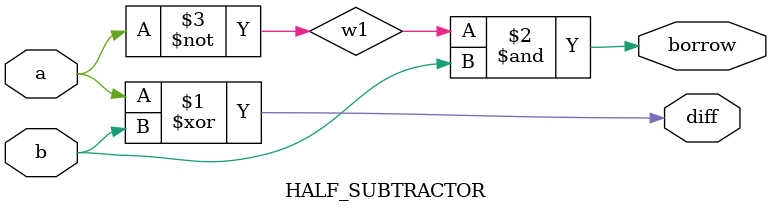
<source format=v>
module HALF_SUBTRACTOR(borrow,diff,a,b);
input a,b;
output borrow,diff;
wire w1;
xor(diff,a,b);
not(w1,a);
and(borrow,w1,b);
endmodule
</source>
